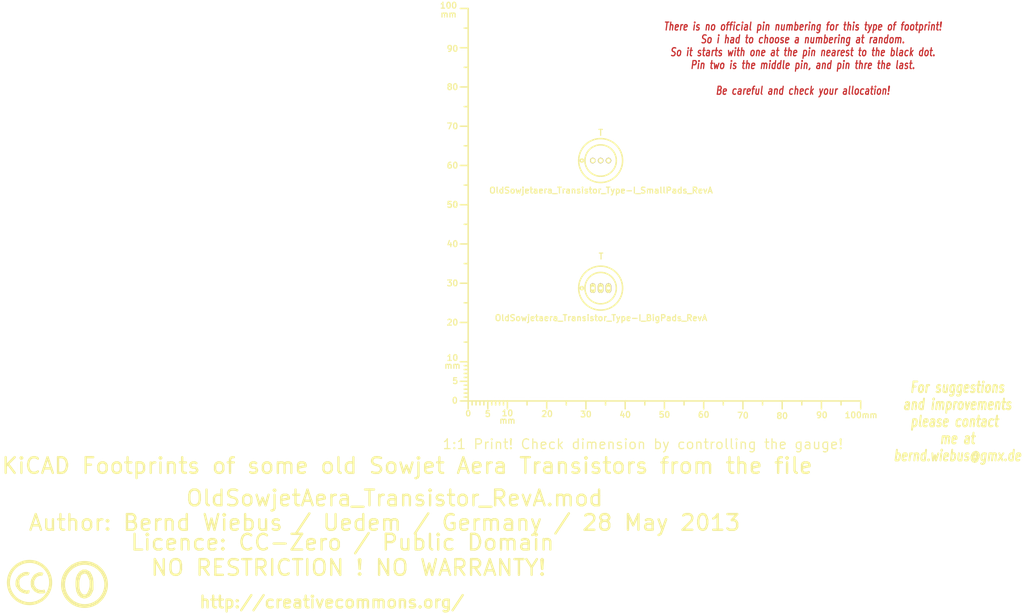
<source format=kicad_pcb>
(kicad_pcb (version 3) (host pcbnew "(2013-03-30 BZR 4007)-stable")

  (general
    (links 0)
    (no_connects 0)
    (area -16.90696 40.805099 274.02378 197.1694)
    (thickness 1.6002)
    (drawings 8)
    (tracks 0)
    (zones 0)
    (modules 5)
    (nets 1)
  )

  (page A4)
  (layers
    (15 Vorderseite signal)
    (0 Rückseite signal)
    (16 B.Adhes user)
    (17 F.Adhes user)
    (18 B.Paste user)
    (19 F.Paste user)
    (20 B.SilkS user)
    (21 F.SilkS user)
    (22 B.Mask user)
    (23 F.Mask user)
    (24 Dwgs.User user)
    (25 Cmts.User user)
    (26 Eco1.User user)
    (27 Eco2.User user)
    (28 Edge.Cuts user)
  )

  (setup
    (last_trace_width 0.2032)
    (trace_clearance 0.254)
    (zone_clearance 0.508)
    (zone_45_only no)
    (trace_min 0.2032)
    (segment_width 0.381)
    (edge_width 0.381)
    (via_size 0.889)
    (via_drill 0.635)
    (via_min_size 0.889)
    (via_min_drill 0.508)
    (uvia_size 0.508)
    (uvia_drill 0.127)
    (uvias_allowed no)
    (uvia_min_size 0.508)
    (uvia_min_drill 0.127)
    (pcb_text_width 0.3048)
    (pcb_text_size 1.524 2.032)
    (mod_edge_width 0.381)
    (mod_text_size 1.524 1.524)
    (mod_text_width 0.3048)
    (pad_size 1.4 2.5)
    (pad_drill 0.8)
    (pad_to_mask_clearance 0.254)
    (aux_axis_origin 0 0)
    (visible_elements 7FFFFFFF)
    (pcbplotparams
      (layerselection 3178497)
      (usegerberextensions true)
      (excludeedgelayer true)
      (linewidth 60)
      (plotframeref false)
      (viasonmask false)
      (mode 1)
      (useauxorigin false)
      (hpglpennumber 1)
      (hpglpenspeed 20)
      (hpglpendiameter 15)
      (hpglpenoverlay 0)
      (psnegative false)
      (psa4output false)
      (plotreference true)
      (plotvalue true)
      (plotothertext true)
      (plotinvisibletext false)
      (padsonsilk false)
      (subtractmaskfromsilk false)
      (outputformat 1)
      (mirror false)
      (drillshape 1)
      (scaleselection 1)
      (outputdirectory ""))
  )

  (net 0 "")

  (net_class Default "Dies ist die voreingestellte Netzklasse."
    (clearance 0.254)
    (trace_width 0.2032)
    (via_dia 0.889)
    (via_drill 0.635)
    (uvia_dia 0.508)
    (uvia_drill 0.127)
    (add_net "")
  )

  (module Gauge_100mm_Type2_SilkScreenTop_RevA_Date22Jun2010 (layer Vorderseite) (tedit 4D963937) (tstamp 4D88F07A)
    (at 132.75056 141.2494)
    (descr "Gauge, Massstab, 100mm, SilkScreenTop, Type 2,")
    (tags "Gauge, Massstab, 100mm, SilkScreenTop, Type 2,")
    (path Gauge_100mm_Type2_SilkScreenTop_RevA_Date22Jun2010)
    (fp_text reference MSC (at 4.0005 8.99922) (layer F.SilkS) hide
      (effects (font (size 1.524 1.524) (thickness 0.3048)))
    )
    (fp_text value Gauge_100mm_Type2_SilkScreenTop_RevA_Date22Jun2010 (at 45.9994 8.99922) (layer F.SilkS) hide
      (effects (font (size 1.524 1.524) (thickness 0.3048)))
    )
    (fp_text user mm (at 9.99998 5.00126) (layer F.SilkS)
      (effects (font (size 1.524 1.524) (thickness 0.3048)))
    )
    (fp_text user mm (at -4.0005 -8.99922) (layer F.SilkS)
      (effects (font (size 1.524 1.524) (thickness 0.3048)))
    )
    (fp_text user mm (at -5.00126 -98.5012) (layer F.SilkS)
      (effects (font (size 1.524 1.524) (thickness 0.3048)))
    )
    (fp_text user 10 (at 10.00506 3.0988) (layer F.SilkS)
      (effects (font (size 1.50114 1.50114) (thickness 0.29972)))
    )
    (fp_text user 0 (at 0.00508 3.19786) (layer F.SilkS)
      (effects (font (size 1.39954 1.50114) (thickness 0.29972)))
    )
    (fp_text user 5 (at 5.0038 3.29946) (layer F.SilkS)
      (effects (font (size 1.50114 1.50114) (thickness 0.29972)))
    )
    (fp_text user 20 (at 20.1041 3.29946) (layer F.SilkS)
      (effects (font (size 1.50114 1.50114) (thickness 0.29972)))
    )
    (fp_text user 30 (at 30.00502 3.39852) (layer F.SilkS)
      (effects (font (size 1.50114 1.50114) (thickness 0.29972)))
    )
    (fp_text user 40 (at 40.005 3.50012) (layer F.SilkS)
      (effects (font (size 1.50114 1.50114) (thickness 0.29972)))
    )
    (fp_text user 50 (at 50.00498 3.50012) (layer F.SilkS)
      (effects (font (size 1.50114 1.50114) (thickness 0.29972)))
    )
    (fp_text user 60 (at 60.00496 3.50012) (layer F.SilkS)
      (effects (font (size 1.50114 1.50114) (thickness 0.29972)))
    )
    (fp_text user 70 (at 70.00494 3.70078) (layer F.SilkS)
      (effects (font (size 1.50114 1.50114) (thickness 0.29972)))
    )
    (fp_text user 80 (at 80.00492 3.79984) (layer F.SilkS)
      (effects (font (size 1.50114 1.50114) (thickness 0.29972)))
    )
    (fp_text user 90 (at 90.1065 3.60172) (layer F.SilkS)
      (effects (font (size 1.50114 1.50114) (thickness 0.29972)))
    )
    (fp_text user 100mm (at 100.10648 3.60172) (layer F.SilkS)
      (effects (font (size 1.50114 1.50114) (thickness 0.29972)))
    )
    (fp_line (start 0 -8.99922) (end -1.00076 -8.99922) (layer F.SilkS) (width 0.381))
    (fp_line (start 0 -8.001) (end -1.00076 -8.001) (layer F.SilkS) (width 0.381))
    (fp_line (start 0 -7.00024) (end -1.00076 -7.00024) (layer F.SilkS) (width 0.381))
    (fp_line (start 0 -5.99948) (end -1.00076 -5.99948) (layer F.SilkS) (width 0.381))
    (fp_line (start 0 -4.0005) (end -1.00076 -4.0005) (layer F.SilkS) (width 0.381))
    (fp_line (start 0 -2.99974) (end -1.00076 -2.99974) (layer F.SilkS) (width 0.381))
    (fp_line (start 0 -1.99898) (end -1.00076 -1.99898) (layer F.SilkS) (width 0.381))
    (fp_line (start 0 -1.00076) (end -1.00076 -1.00076) (layer F.SilkS) (width 0.381))
    (fp_line (start 0 0) (end -1.99898 0) (layer F.SilkS) (width 0.381))
    (fp_line (start 0 -5.00126) (end -1.99898 -5.00126) (layer F.SilkS) (width 0.381))
    (fp_line (start 0 -9.99998) (end -1.99898 -9.99998) (layer F.SilkS) (width 0.381))
    (fp_line (start 0 -15.00124) (end -1.00076 -15.00124) (layer F.SilkS) (width 0.381))
    (fp_line (start 0 -19.99996) (end -1.99898 -19.99996) (layer F.SilkS) (width 0.381))
    (fp_line (start 0 -25.00122) (end -1.00076 -25.00122) (layer F.SilkS) (width 0.381))
    (fp_line (start 0 -29.99994) (end -1.99898 -29.99994) (layer F.SilkS) (width 0.381))
    (fp_line (start 0 -35.0012) (end -1.00076 -35.0012) (layer F.SilkS) (width 0.381))
    (fp_line (start 0 -39.99992) (end -1.99898 -39.99992) (layer F.SilkS) (width 0.381))
    (fp_line (start 0 -45.00118) (end -1.00076 -45.00118) (layer F.SilkS) (width 0.381))
    (fp_line (start 0 -49.9999) (end -1.99898 -49.9999) (layer F.SilkS) (width 0.381))
    (fp_line (start 0 -55.00116) (end -1.00076 -55.00116) (layer F.SilkS) (width 0.381))
    (fp_line (start 0 -59.99988) (end -1.99898 -59.99988) (layer F.SilkS) (width 0.381))
    (fp_line (start 0 -65.00114) (end -1.00076 -65.00114) (layer F.SilkS) (width 0.381))
    (fp_line (start 0 -69.99986) (end -1.99898 -69.99986) (layer F.SilkS) (width 0.381))
    (fp_line (start 0 -75.00112) (end -1.00076 -75.00112) (layer F.SilkS) (width 0.381))
    (fp_line (start 0 -79.99984) (end -1.99898 -79.99984) (layer F.SilkS) (width 0.381))
    (fp_line (start 0 -85.0011) (end -1.00076 -85.0011) (layer F.SilkS) (width 0.381))
    (fp_line (start 0 -89.99982) (end -1.99898 -89.99982) (layer F.SilkS) (width 0.381))
    (fp_line (start 0 -95.00108) (end -1.00076 -95.00108) (layer F.SilkS) (width 0.381))
    (fp_line (start 0 0) (end 0 -99.9998) (layer F.SilkS) (width 0.381))
    (fp_line (start 0 -99.9998) (end -1.99898 -99.9998) (layer F.SilkS) (width 0.381))
    (fp_text user 100 (at -4.99872 -100.7491) (layer F.SilkS)
      (effects (font (size 1.50114 1.50114) (thickness 0.29972)))
    )
    (fp_text user 90 (at -4.0005 -89.7509) (layer F.SilkS)
      (effects (font (size 1.50114 1.50114) (thickness 0.29972)))
    )
    (fp_text user 80 (at -4.0005 -79.99984) (layer F.SilkS)
      (effects (font (size 1.50114 1.50114) (thickness 0.29972)))
    )
    (fp_text user 70 (at -4.0005 -69.99986) (layer F.SilkS)
      (effects (font (size 1.50114 1.50114) (thickness 0.29972)))
    )
    (fp_text user 60 (at -4.0005 -59.99988) (layer F.SilkS)
      (effects (font (size 1.50114 1.50114) (thickness 0.29972)))
    )
    (fp_text user 50 (at -4.0005 -49.9999) (layer F.SilkS)
      (effects (font (size 1.50114 1.50114) (thickness 0.34036)))
    )
    (fp_text user 40 (at -4.0005 -39.99992) (layer F.SilkS)
      (effects (font (size 1.50114 1.50114) (thickness 0.29972)))
    )
    (fp_text user 30 (at -4.0005 -29.99994) (layer F.SilkS)
      (effects (font (size 1.50114 1.50114) (thickness 0.29972)))
    )
    (fp_text user 20 (at -4.0005 -19.99996) (layer F.SilkS)
      (effects (font (size 1.50114 1.50114) (thickness 0.29972)))
    )
    (fp_line (start 95.00108 0) (end 95.00108 1.00076) (layer F.SilkS) (width 0.381))
    (fp_line (start 89.99982 0) (end 89.99982 1.99898) (layer F.SilkS) (width 0.381))
    (fp_line (start 85.0011 0) (end 85.0011 1.00076) (layer F.SilkS) (width 0.381))
    (fp_line (start 79.99984 0) (end 79.99984 1.99898) (layer F.SilkS) (width 0.381))
    (fp_line (start 75.00112 0) (end 75.00112 1.00076) (layer F.SilkS) (width 0.381))
    (fp_line (start 69.99986 0) (end 69.99986 1.99898) (layer F.SilkS) (width 0.381))
    (fp_line (start 65.00114 0) (end 65.00114 1.00076) (layer F.SilkS) (width 0.381))
    (fp_line (start 59.99988 0) (end 59.99988 1.99898) (layer F.SilkS) (width 0.381))
    (fp_line (start 55.00116 0) (end 55.00116 1.00076) (layer F.SilkS) (width 0.381))
    (fp_line (start 49.9999 0) (end 49.9999 1.99898) (layer F.SilkS) (width 0.381))
    (fp_line (start 45.00118 0) (end 45.00118 1.00076) (layer F.SilkS) (width 0.381))
    (fp_line (start 39.99992 0) (end 39.99992 1.99898) (layer F.SilkS) (width 0.381))
    (fp_line (start 35.0012 0) (end 35.0012 1.00076) (layer F.SilkS) (width 0.381))
    (fp_line (start 29.99994 0) (end 29.99994 1.99898) (layer F.SilkS) (width 0.381))
    (fp_line (start 25.00122 0) (end 25.00122 1.00076) (layer F.SilkS) (width 0.381))
    (fp_line (start 19.99996 0) (end 19.99996 1.99898) (layer F.SilkS) (width 0.381))
    (fp_line (start 15.00124 0) (end 15.00124 1.00076) (layer F.SilkS) (width 0.381))
    (fp_line (start 9.99998 0) (end 99.9998 0) (layer F.SilkS) (width 0.381))
    (fp_line (start 99.9998 0) (end 99.9998 1.99898) (layer F.SilkS) (width 0.381))
    (fp_text user 5 (at -3.302 -5.10286) (layer F.SilkS)
      (effects (font (size 1.50114 1.50114) (thickness 0.29972)))
    )
    (fp_text user 0 (at -3.4036 -0.10414) (layer F.SilkS)
      (effects (font (size 1.50114 1.50114) (thickness 0.29972)))
    )
    (fp_text user 10 (at -4.0005 -11.00074) (layer F.SilkS)
      (effects (font (size 1.50114 1.50114) (thickness 0.29972)))
    )
    (fp_line (start 8.99922 0) (end 8.99922 1.00076) (layer F.SilkS) (width 0.381))
    (fp_line (start 8.001 0) (end 8.001 1.00076) (layer F.SilkS) (width 0.381))
    (fp_line (start 7.00024 0) (end 7.00024 1.00076) (layer F.SilkS) (width 0.381))
    (fp_line (start 5.99948 0) (end 5.99948 1.00076) (layer F.SilkS) (width 0.381))
    (fp_line (start 4.0005 0) (end 4.0005 1.00076) (layer F.SilkS) (width 0.381))
    (fp_line (start 2.99974 0) (end 2.99974 1.00076) (layer F.SilkS) (width 0.381))
    (fp_line (start 1.99898 0) (end 1.99898 1.00076) (layer F.SilkS) (width 0.381))
    (fp_line (start 1.00076 0) (end 1.00076 1.00076) (layer F.SilkS) (width 0.381))
    (fp_line (start 5.00126 0) (end 5.00126 1.99898) (layer F.SilkS) (width 0.381))
    (fp_line (start 0 0) (end 0 1.99898) (layer F.SilkS) (width 0.381))
    (fp_line (start 0 0) (end 9.99998 0) (layer F.SilkS) (width 0.381))
    (fp_line (start 9.99998 0) (end 9.99998 1.99898) (layer F.SilkS) (width 0.381))
  )

  (module Symbol_CC-PublicDomain_SilkScreenTop_Big (layer Vorderseite) (tedit 515D641F) (tstamp 515F0B64)
    (at 35 188)
    (descr "Symbol, CC-PublicDomain, SilkScreen Top, Big,")
    (tags "Symbol, CC-PublicDomain, SilkScreen Top, Big,")
    (path Symbol_CC-Noncommercial_CopperTop_Big)
    (fp_text reference Sym (at 0.59944 -7.29996) (layer F.SilkS) hide
      (effects (font (size 1.524 1.524) (thickness 0.3048)))
    )
    (fp_text value Symbol_CC-PublicDomain_SilkScreenTop_Big (at 0.59944 8.001) (layer F.SilkS) hide
      (effects (font (size 1.524 1.524) (thickness 0.3048)))
    )
    (fp_circle (center 0 0) (end 5.8 -0.05) (layer F.SilkS) (width 0.381))
    (fp_circle (center 0 0) (end 5.5 0) (layer F.SilkS) (width 0.381))
    (fp_circle (center 0.05 0) (end 5.25 0) (layer F.SilkS) (width 0.381))
    (fp_line (start 1.1 -2.5) (end 1.4 -1.9) (layer F.SilkS) (width 0.381))
    (fp_line (start -1.8 1.2) (end -1.6 1.9) (layer F.SilkS) (width 0.381))
    (fp_line (start -1.6 1.9) (end -1.2 2.5) (layer F.SilkS) (width 0.381))
    (fp_line (start 0 -3) (end 0.75 -2.75) (layer F.SilkS) (width 0.381))
    (fp_line (start 0.75 -2.75) (end 1 -2.25) (layer F.SilkS) (width 0.381))
    (fp_line (start 1 -2.25) (end 1.5 -1) (layer F.SilkS) (width 0.381))
    (fp_line (start 1.5 -1) (end 1.5 -0.5) (layer F.SilkS) (width 0.381))
    (fp_line (start 1.5 -0.5) (end 1.5 0.5) (layer F.SilkS) (width 0.381))
    (fp_line (start 1.5 0.5) (end 1.25 1.5) (layer F.SilkS) (width 0.381))
    (fp_line (start 1.25 1.5) (end 0.75 2.5) (layer F.SilkS) (width 0.381))
    (fp_line (start 0.75 2.5) (end 0.25 2.75) (layer F.SilkS) (width 0.381))
    (fp_line (start 0.25 2.75) (end -0.25 2.75) (layer F.SilkS) (width 0.381))
    (fp_line (start -0.25 2.75) (end -0.75 2.5) (layer F.SilkS) (width 0.381))
    (fp_line (start -0.75 2.5) (end -1.25 1.75) (layer F.SilkS) (width 0.381))
    (fp_line (start -1.25 1.75) (end -1.5 0.75) (layer F.SilkS) (width 0.381))
    (fp_line (start -1.5 0.75) (end -1.5 -0.75) (layer F.SilkS) (width 0.381))
    (fp_line (start -1.5 -0.75) (end -1.25 -1.75) (layer F.SilkS) (width 0.381))
    (fp_line (start -1.25 -1.75) (end -1 -2.5) (layer F.SilkS) (width 0.381))
    (fp_line (start -1 -2.5) (end -0.3 -2.9) (layer F.SilkS) (width 0.381))
    (fp_line (start -0.3 -2.9) (end 0.2 -3) (layer F.SilkS) (width 0.381))
    (fp_line (start 0.2 -3) (end 0.8 -3) (layer F.SilkS) (width 0.381))
    (fp_line (start 0.8 -3) (end 1.4 -2.3) (layer F.SilkS) (width 0.381))
    (fp_line (start 1.4 -2.3) (end 1.6 -1.4) (layer F.SilkS) (width 0.381))
    (fp_line (start 1.6 -1.4) (end 1.7 -0.3) (layer F.SilkS) (width 0.381))
    (fp_line (start 1.7 -0.3) (end 1.7 0.9) (layer F.SilkS) (width 0.381))
    (fp_line (start 1.7 0.9) (end 1.4 1.8) (layer F.SilkS) (width 0.381))
    (fp_line (start 1.4 1.8) (end 1 2.7) (layer F.SilkS) (width 0.381))
    (fp_line (start 1 2.7) (end 0.5 3) (layer F.SilkS) (width 0.381))
    (fp_line (start 0.5 3) (end -0.4 3) (layer F.SilkS) (width 0.381))
    (fp_line (start -0.4 3) (end -1.3 2.3) (layer F.SilkS) (width 0.381))
    (fp_line (start -1.3 2.3) (end -1.7 1) (layer F.SilkS) (width 0.381))
    (fp_line (start -1.7 1) (end -1.8 -0.7) (layer F.SilkS) (width 0.381))
    (fp_line (start -1.8 -0.7) (end -1.4 -2.2) (layer F.SilkS) (width 0.381))
    (fp_line (start -1.4 -2.2) (end -1 -2.9) (layer F.SilkS) (width 0.381))
    (fp_line (start -1 -2.9) (end -0.2 -3.3) (layer F.SilkS) (width 0.381))
    (fp_line (start -0.2 -3.3) (end 0.7 -3.2) (layer F.SilkS) (width 0.381))
    (fp_line (start 0.7 -3.2) (end 1.3 -3.1) (layer F.SilkS) (width 0.381))
    (fp_line (start 1.3 -3.1) (end 1.7 -2.4) (layer F.SilkS) (width 0.381))
    (fp_line (start 1.7 -2.4) (end 2 -1.6) (layer F.SilkS) (width 0.381))
    (fp_line (start 2 -1.6) (end 2.1 -0.6) (layer F.SilkS) (width 0.381))
    (fp_line (start 2.1 -0.6) (end 2.1 0.3) (layer F.SilkS) (width 0.381))
    (fp_line (start 2.1 0.3) (end 2.1 1.3) (layer F.SilkS) (width 0.381))
    (fp_line (start 2.1 1.3) (end 1.9 1.8) (layer F.SilkS) (width 0.381))
    (fp_line (start 1.9 1.8) (end 1.5 2.6) (layer F.SilkS) (width 0.381))
    (fp_line (start 1.5 2.6) (end 1.1 3) (layer F.SilkS) (width 0.381))
    (fp_line (start 1.1 3) (end 0.4 3.3) (layer F.SilkS) (width 0.381))
    (fp_line (start 0.4 3.3) (end -0.1 3.4) (layer F.SilkS) (width 0.381))
    (fp_line (start -0.1 3.4) (end -0.8 3.2) (layer F.SilkS) (width 0.381))
    (fp_line (start -0.8 3.2) (end -1.5 2.6) (layer F.SilkS) (width 0.381))
    (fp_line (start -1.5 2.6) (end -1.9 1.7) (layer F.SilkS) (width 0.381))
    (fp_line (start -1.9 1.7) (end -2.1 0.4) (layer F.SilkS) (width 0.381))
    (fp_line (start -2.1 0.4) (end -2.1 -0.6) (layer F.SilkS) (width 0.381))
    (fp_line (start -2.1 -0.6) (end -2 -1.6) (layer F.SilkS) (width 0.381))
    (fp_line (start -2 -1.6) (end -1.7 -2.4) (layer F.SilkS) (width 0.381))
    (fp_line (start -1.7 -2.4) (end -1.2 -3.1) (layer F.SilkS) (width 0.381))
    (fp_line (start -1.2 -3.1) (end -0.4 -3.6) (layer F.SilkS) (width 0.381))
    (fp_line (start -0.4 -3.6) (end 0.4 -3.6) (layer F.SilkS) (width 0.381))
    (fp_line (start 0.4 -3.6) (end 1.1 -3.2) (layer F.SilkS) (width 0.381))
    (fp_line (start 1.1 -3.2) (end 1.1 -2.9) (layer F.SilkS) (width 0.381))
    (fp_line (start 1.1 -2.9) (end 1.8 -1.5) (layer F.SilkS) (width 0.381))
    (fp_line (start 1.8 -1.5) (end 1.8 -0.4) (layer F.SilkS) (width 0.381))
    (fp_line (start 1.8 -0.4) (end 1.8 1.1) (layer F.SilkS) (width 0.381))
    (fp_line (start 1.8 1.1) (end 1.2 2.6) (layer F.SilkS) (width 0.381))
    (fp_line (start 1.2 2.6) (end 0.2 3.2) (layer F.SilkS) (width 0.381))
    (fp_line (start 0.2 3.2) (end -0.5 3.2) (layer F.SilkS) (width 0.381))
    (fp_line (start -0.5 3.2) (end -1.1 2.7) (layer F.SilkS) (width 0.381))
    (fp_line (start -1.1 2.7) (end -1.9 0.6) (layer F.SilkS) (width 0.381))
    (fp_line (start -1.9 0.6) (end -1.7 -1.9) (layer F.SilkS) (width 0.381))
  )

  (module Symbol_CreativeCommons_SilkScreenTop_Type2_Big (layer Vorderseite) (tedit 515D640C) (tstamp 515F46B2)
    (at 21 187.5)
    (descr "Symbol, Creative Commons, SilkScreen Top, Type 2, Big,")
    (tags "Symbol, Creative Commons, SilkScreen Top, Type 2, Big,")
    (path Symbol_CreativeCommons_CopperTop_Type2_Big)
    (fp_text reference Sym (at 0.59944 -7.29996) (layer F.SilkS) hide
      (effects (font (size 1.524 1.524) (thickness 0.3048)))
    )
    (fp_text value Symbol_CreativeCommons_Typ2_SilkScreenTop_Big (at 0.59944 8.001) (layer F.SilkS) hide
      (effects (font (size 1.524 1.524) (thickness 0.3048)))
    )
    (fp_line (start -0.70104 2.70002) (end -0.29972 2.60096) (layer F.SilkS) (width 0.381))
    (fp_line (start -0.29972 2.60096) (end -0.20066 2.10058) (layer F.SilkS) (width 0.381))
    (fp_line (start -2.49936 -1.69926) (end -2.70002 -1.6002) (layer F.SilkS) (width 0.381))
    (fp_line (start -2.70002 -1.6002) (end -3.0988 -1.00076) (layer F.SilkS) (width 0.381))
    (fp_line (start -3.0988 -1.00076) (end -3.29946 -0.50038) (layer F.SilkS) (width 0.381))
    (fp_line (start -3.29946 -0.50038) (end -3.40106 0.39878) (layer F.SilkS) (width 0.381))
    (fp_line (start -3.40106 0.39878) (end -3.29946 0.89916) (layer F.SilkS) (width 0.381))
    (fp_line (start -0.19812 2.4003) (end -0.29718 2.59842) (layer F.SilkS) (width 0.381))
    (fp_line (start 3.70078 2.10058) (end 3.79984 2.4003) (layer F.SilkS) (width 0.381))
    (fp_line (start 2.99974 -2.4003) (end 3.29946 -2.30124) (layer F.SilkS) (width 0.381))
    (fp_line (start 3.29946 -2.30124) (end 3.0988 -1.99898) (layer F.SilkS) (width 0.381))
    (fp_line (start 0 -5.40004) (end -0.50038 -5.40004) (layer F.SilkS) (width 0.381))
    (fp_line (start -0.50038 -5.40004) (end -1.30048 -5.10032) (layer F.SilkS) (width 0.381))
    (fp_line (start -1.30048 -5.10032) (end -1.99898 -4.89966) (layer F.SilkS) (width 0.381))
    (fp_line (start -1.99898 -4.89966) (end -2.70002 -4.699) (layer F.SilkS) (width 0.381))
    (fp_line (start -2.70002 -4.699) (end -3.29946 -4.20116) (layer F.SilkS) (width 0.381))
    (fp_line (start -3.29946 -4.20116) (end -4.0005 -3.59918) (layer F.SilkS) (width 0.381))
    (fp_line (start -4.0005 -3.59918) (end -4.50088 -2.99974) (layer F.SilkS) (width 0.381))
    (fp_line (start -4.50088 -2.99974) (end -5.00126 -2.10058) (layer F.SilkS) (width 0.381))
    (fp_line (start -5.00126 -2.10058) (end -5.30098 -1.09982) (layer F.SilkS) (width 0.381))
    (fp_line (start -5.30098 -1.09982) (end -5.40004 0.09906) (layer F.SilkS) (width 0.381))
    (fp_line (start -5.40004 0.09906) (end -5.19938 1.30048) (layer F.SilkS) (width 0.381))
    (fp_line (start -5.19938 1.30048) (end -4.8006 2.4003) (layer F.SilkS) (width 0.381))
    (fp_line (start -4.8006 2.4003) (end -3.79984 3.8989) (layer F.SilkS) (width 0.381))
    (fp_line (start -3.79984 3.8989) (end -2.60096 4.8006) (layer F.SilkS) (width 0.381))
    (fp_line (start -2.60096 4.8006) (end -1.30048 5.30098) (layer F.SilkS) (width 0.381))
    (fp_line (start -1.30048 5.30098) (end 0.09906 5.30098) (layer F.SilkS) (width 0.381))
    (fp_line (start 0.09906 5.30098) (end 1.6002 5.19938) (layer F.SilkS) (width 0.381))
    (fp_line (start 1.6002 5.19938) (end 2.60096 4.699) (layer F.SilkS) (width 0.381))
    (fp_line (start 2.60096 4.699) (end 4.20116 3.40106) (layer F.SilkS) (width 0.381))
    (fp_line (start 4.20116 3.40106) (end 5.00126 1.80086) (layer F.SilkS) (width 0.381))
    (fp_line (start 5.00126 1.80086) (end 5.40004 0.29972) (layer F.SilkS) (width 0.381))
    (fp_line (start 5.40004 0.29972) (end 5.19938 -1.39954) (layer F.SilkS) (width 0.381))
    (fp_line (start 5.19938 -1.39954) (end 4.699 -2.49936) (layer F.SilkS) (width 0.381))
    (fp_line (start 4.699 -2.49936) (end 3.40106 -4.09956) (layer F.SilkS) (width 0.381))
    (fp_line (start 3.40106 -4.09956) (end 2.4003 -4.8006) (layer F.SilkS) (width 0.381))
    (fp_line (start 2.4003 -4.8006) (end 1.39954 -5.19938) (layer F.SilkS) (width 0.381))
    (fp_line (start 1.39954 -5.19938) (end 0 -5.30098) (layer F.SilkS) (width 0.381))
    (fp_line (start 0.60198 -0.70104) (end 0.50292 -0.20066) (layer F.SilkS) (width 0.381))
    (fp_line (start 0.50292 -0.20066) (end 0.50292 0.49784) (layer F.SilkS) (width 0.381))
    (fp_line (start 0.50292 0.49784) (end 0.60198 1.09982) (layer F.SilkS) (width 0.381))
    (fp_line (start 0.60198 1.09982) (end 1.00076 1.69926) (layer F.SilkS) (width 0.381))
    (fp_line (start 1.00076 1.69926) (end 1.50114 2.19964) (layer F.SilkS) (width 0.381))
    (fp_line (start 1.50114 2.19964) (end 2.10058 2.49936) (layer F.SilkS) (width 0.381))
    (fp_line (start 2.10058 2.49936) (end 2.60096 2.59842) (layer F.SilkS) (width 0.381))
    (fp_line (start 2.60096 2.59842) (end 3.00228 2.59842) (layer F.SilkS) (width 0.381))
    (fp_line (start 3.00228 2.59842) (end 3.40106 2.59842) (layer F.SilkS) (width 0.381))
    (fp_line (start 3.40106 2.59842) (end 3.80238 2.49936) (layer F.SilkS) (width 0.381))
    (fp_line (start 3.80238 2.49936) (end 3.70078 2.2987) (layer F.SilkS) (width 0.381))
    (fp_line (start 3.70078 2.2987) (end 2.80162 2.4003) (layer F.SilkS) (width 0.381))
    (fp_line (start 2.80162 2.4003) (end 1.80086 2.09804) (layer F.SilkS) (width 0.381))
    (fp_line (start 1.80086 2.09804) (end 1.20142 1.6002) (layer F.SilkS) (width 0.381))
    (fp_line (start 1.20142 1.6002) (end 0.80264 0.6985) (layer F.SilkS) (width 0.381))
    (fp_line (start 0.80264 0.6985) (end 0.70104 -0.29972) (layer F.SilkS) (width 0.381))
    (fp_line (start 0.70104 -0.29972) (end 1.00076 -1.00076) (layer F.SilkS) (width 0.381))
    (fp_line (start 1.00076 -1.00076) (end 1.60274 -1.7018) (layer F.SilkS) (width 0.381))
    (fp_line (start 1.60274 -1.7018) (end 2.30124 -2.10058) (layer F.SilkS) (width 0.381))
    (fp_line (start 2.30124 -2.10058) (end 3.00228 -2.10058) (layer F.SilkS) (width 0.381))
    (fp_line (start 3.00228 -2.10058) (end 3.10134 -1.89992) (layer F.SilkS) (width 0.381))
    (fp_line (start 3.10134 -1.89992) (end 2.5019 -1.89992) (layer F.SilkS) (width 0.381))
    (fp_line (start 2.5019 -1.89992) (end 1.80086 -1.6002) (layer F.SilkS) (width 0.381))
    (fp_line (start 1.80086 -1.6002) (end 1.30048 -1.00076) (layer F.SilkS) (width 0.381))
    (fp_line (start 1.30048 -1.00076) (end 1.00076 -0.40132) (layer F.SilkS) (width 0.381))
    (fp_line (start 1.00076 -0.40132) (end 1.00076 0.09906) (layer F.SilkS) (width 0.381))
    (fp_line (start 1.00076 0.09906) (end 1.00076 0.6985) (layer F.SilkS) (width 0.381))
    (fp_line (start 1.00076 0.6985) (end 1.30048 1.19888) (layer F.SilkS) (width 0.381))
    (fp_line (start 1.30048 1.19888) (end 1.7018 1.69926) (layer F.SilkS) (width 0.381))
    (fp_line (start 1.7018 1.69926) (end 2.30124 1.99898) (layer F.SilkS) (width 0.381))
    (fp_line (start 2.30124 1.99898) (end 2.90068 2.09804) (layer F.SilkS) (width 0.381))
    (fp_line (start 2.90068 2.09804) (end 3.40106 2.09804) (layer F.SilkS) (width 0.381))
    (fp_line (start 3.40106 2.09804) (end 3.70078 1.99898) (layer F.SilkS) (width 0.381))
    (fp_line (start 3.00228 -2.4003) (end 2.40284 -2.4003) (layer F.SilkS) (width 0.381))
    (fp_line (start 2.40284 -2.4003) (end 2.00152 -2.20218) (layer F.SilkS) (width 0.381))
    (fp_line (start 2.00152 -2.20218) (end 1.50114 -2.00152) (layer F.SilkS) (width 0.381))
    (fp_line (start 1.50114 -2.00152) (end 1.10236 -1.6002) (layer F.SilkS) (width 0.381))
    (fp_line (start 1.10236 -1.6002) (end 0.80264 -1.09982) (layer F.SilkS) (width 0.381))
    (fp_line (start 0.80264 -1.09982) (end 0.60198 -0.70104) (layer F.SilkS) (width 0.381))
    (fp_line (start -0.39878 -1.99898) (end -0.89916 -1.99898) (layer F.SilkS) (width 0.381))
    (fp_line (start -0.89916 -1.99898) (end -1.39954 -1.89738) (layer F.SilkS) (width 0.381))
    (fp_line (start -1.39954 -1.89738) (end -1.89992 -1.59766) (layer F.SilkS) (width 0.381))
    (fp_line (start -1.89992 -1.59766) (end -2.4003 -1.19888) (layer F.SilkS) (width 0.381))
    (fp_line (start -2.4003 -1.30048) (end -2.70002 -0.8001) (layer F.SilkS) (width 0.381))
    (fp_line (start -2.70002 -0.8001) (end -2.79908 -0.29972) (layer F.SilkS) (width 0.381))
    (fp_line (start -2.79908 -0.29972) (end -2.79908 0.20066) (layer F.SilkS) (width 0.381))
    (fp_line (start -2.79908 0.20066) (end -2.59842 1.00076) (layer F.SilkS) (width 0.381))
    (fp_line (start -2.69748 1.00076) (end -2.39776 1.39954) (layer F.SilkS) (width 0.381))
    (fp_line (start -2.29616 1.4986) (end -1.79578 1.89992) (layer F.SilkS) (width 0.381))
    (fp_line (start -1.79578 1.89992) (end -1.29794 2.09804) (layer F.SilkS) (width 0.381))
    (fp_line (start -1.29794 2.09804) (end -0.89662 2.19964) (layer F.SilkS) (width 0.381))
    (fp_line (start -0.89662 2.19964) (end -0.49784 2.19964) (layer F.SilkS) (width 0.381))
    (fp_line (start -0.49784 2.19964) (end -0.19812 2.09804) (layer F.SilkS) (width 0.381))
    (fp_line (start -0.19812 2.09804) (end -0.29718 2.4003) (layer F.SilkS) (width 0.381))
    (fp_line (start -0.29718 2.4003) (end -0.89662 2.49936) (layer F.SilkS) (width 0.381))
    (fp_line (start -0.89662 2.49936) (end -1.59766 2.2987) (layer F.SilkS) (width 0.381))
    (fp_line (start -1.59766 2.2987) (end -2.29616 1.79832) (layer F.SilkS) (width 0.381))
    (fp_line (start -2.29616 1.79832) (end -2.79654 1.29794) (layer F.SilkS) (width 0.381))
    (fp_line (start -2.79908 1.39954) (end -2.99974 0.70104) (layer F.SilkS) (width 0.381))
    (fp_line (start -2.99974 0.70104) (end -3.0988 0) (layer F.SilkS) (width 0.381))
    (fp_line (start -3.0988 0) (end -2.99974 -0.59944) (layer F.SilkS) (width 0.381))
    (fp_line (start -2.99974 -0.8001) (end -2.70002 -1.30048) (layer F.SilkS) (width 0.381))
    (fp_line (start -2.70002 -1.09982) (end -2.19964 -1.6002) (layer F.SilkS) (width 0.381))
    (fp_line (start -2.19964 -1.69926) (end -1.69926 -1.99898) (layer F.SilkS) (width 0.381))
    (fp_line (start -1.69926 -1.99898) (end -1.19888 -2.19964) (layer F.SilkS) (width 0.381))
    (fp_line (start -1.19888 -2.19964) (end -0.6985 -2.19964) (layer F.SilkS) (width 0.381))
    (fp_line (start -0.6985 -2.19964) (end -0.29972 -2.19964) (layer F.SilkS) (width 0.381))
    (fp_line (start -0.29972 -2.19964) (end -0.20066 -2.39776) (layer F.SilkS) (width 0.381))
    (fp_line (start -0.20066 -2.39776) (end -0.59944 -2.49936) (layer F.SilkS) (width 0.381))
    (fp_line (start -0.59944 -2.49936) (end -1.00076 -2.49936) (layer F.SilkS) (width 0.381))
    (fp_line (start -1.00076 -2.49936) (end -1.4986 -2.39776) (layer F.SilkS) (width 0.381))
    (fp_line (start -1.4986 -2.39776) (end -2.10058 -2.09804) (layer F.SilkS) (width 0.381))
    (fp_line (start -2.10058 -2.09804) (end -2.59842 -1.69926) (layer F.SilkS) (width 0.381))
    (fp_line (start -2.59842 -1.6002) (end -3.0988 -0.89916) (layer F.SilkS) (width 0.381))
    (fp_line (start -3.0988 -0.89916) (end -3.29946 -0.29972) (layer F.SilkS) (width 0.381))
    (fp_line (start -3.29946 -0.29972) (end -3.29946 0.40132) (layer F.SilkS) (width 0.381))
    (fp_line (start -3.29946 0.40132) (end -3.2004 1.00076) (layer F.SilkS) (width 0.381))
    (fp_line (start -3.29946 0.8001) (end -2.99974 1.39954) (layer F.SilkS) (width 0.381))
    (fp_line (start -2.89814 1.4986) (end -2.49682 1.99898) (layer F.SilkS) (width 0.381))
    (fp_line (start -2.49682 1.99898) (end -1.89738 2.4003) (layer F.SilkS) (width 0.381))
    (fp_line (start -1.89738 2.4003) (end -1.19634 2.59842) (layer F.SilkS) (width 0.381))
    (fp_line (start -1.19634 2.59842) (end -0.69596 2.70002) (layer F.SilkS) (width 0.381))
    (fp_line (start -2.9972 1.19888) (end -2.59842 1.19888) (layer F.SilkS) (width 0.381))
    (fp_circle (center 0 0) (end 5.08 1.016) (layer F.SilkS) (width 0.381))
    (fp_circle (center 0 0) (end 5.588 0) (layer F.SilkS) (width 0.381))
  )

  (module OldSowjetaera_Transistor_Type-I_SmallPads_RevA (layer Vorderseite) (tedit 51A490C7) (tstamp 51A490D1)
    (at 166.5 80)
    (fp_text reference T (at 0 -7.1) (layer F.SilkS)
      (effects (font (size 1.524 1.524) (thickness 0.3048)))
    )
    (fp_text value OldSowjetaera_Transistor_Type-I_SmallPads_RevA (at 0.1 7.6) (layer F.SilkS)
      (effects (font (size 1.524 1.524) (thickness 0.3048)))
    )
    (fp_circle (center -4.8 0) (end -4.8 0.4) (layer F.SilkS) (width 0.381))
    (fp_circle (center 0 0) (end 4 0) (layer F.SilkS) (width 0.381))
    (fp_circle (center 0 0) (end 5.6 0) (layer F.SilkS) (width 0.381))
    (pad 2 thru_hole circle (at 0 0) (size 1.4 1.4) (drill 0.8)
      (layers *.Cu *.Mask F.SilkS)
    )
    (pad 1 thru_hole circle (at -2 0) (size 1.4 1.4) (drill 0.8)
      (layers *.Cu *.Mask F.SilkS)
    )
    (pad 3 thru_hole circle (at 2 0) (size 1.4 1.4) (drill 0.8)
      (layers *.Cu *.Mask F.SilkS)
    )
    (model OldSowjetAera_Transistor_Type-I_Faktor03937_RevA.wrl
      (at (xyz 0 0 0))
      (scale (xyz 0.3937 0.3937 0.3937))
      (rotate (xyz 0 0 0))
    )
  )

  (module OldSowjetaera_Transistor_Type-I_BigPads_RevA (layer Vorderseite) (tedit 51A490D4) (tstamp 51A49108)
    (at 166.5 112.5)
    (fp_text reference T (at 0.1 -8.1) (layer F.SilkS)
      (effects (font (size 1.524 1.524) (thickness 0.3048)))
    )
    (fp_text value OldSowjetaera_Transistor_Type-I_BigPads_RevA (at 0.1 7.6) (layer F.SilkS)
      (effects (font (size 1.524 1.524) (thickness 0.3048)))
    )
    (fp_circle (center -4.8 0) (end -4.8 0.4) (layer F.SilkS) (width 0.381))
    (fp_circle (center 0 0) (end 4 0) (layer F.SilkS) (width 0.381))
    (fp_circle (center 0 0) (end 5.6 0) (layer F.SilkS) (width 0.381))
    (pad 2 thru_hole oval (at 0 0) (size 1.4 2.5) (drill 0.8)
      (layers *.Cu *.Mask F.SilkS)
    )
    (pad 1 thru_hole oval (at -2 0) (size 1.4 2.5) (drill 0.8)
      (layers *.Cu *.Mask F.SilkS)
    )
    (pad 3 thru_hole oval (at 2 0) (size 1.4 2.5) (drill 0.8)
      (layers *.Cu *.Mask F.SilkS)
    )
    (model OldSowjetAera_Transistor_Type-I_Faktor03937_RevA.wrl
      (at (xyz 0 0 0))
      (scale (xyz 0.3937 0.3937 0.3937))
      (rotate (xyz 0 0 0))
    )
  )

  (gr_text "There is no official pin numbering for this type of footprint!\nSo i had to choose a numbering at random.\nSo it starts with one at the pin nearest to the black dot.\nPin two is the middle pin, and pin thre the last.\n\nBe careful and check your allocation!" (at 218 54) (layer Vorderseite)
    (effects (font (size 2.032 1.524) (thickness 0.3048) italic))
  )
  (gr_text http://creativecommons.org/ (at 98 192.5) (layer F.SilkS)
    (effects (font (size 3 3) (thickness 0.6)))
  )
  (gr_text "For suggestions\nand improvements\nplease contact \nme at\nbernd.wiebus@gmx.de" (at 257.41884 146.4691) (layer F.SilkS)
    (effects (font (size 2.70002 1.99898) (thickness 0.50038) italic))
  )
  (gr_text "1:1 Print! Check dimension by controlling the gauge!" (at 177.24882 152.25014) (layer F.SilkS)
    (effects (font (size 2.49936 2.49936) (thickness 0.29972)))
  )
  (gr_text "Licence: CC-Zero / Public Domain \nNO RESTRICTION ! NO WARRANTY!" (at 102.2501 180.50064) (layer F.SilkS)
    (effects (font (size 4.0005 4.0005) (thickness 0.59944)))
  )
  (gr_text "Author: Bernd Wiebus / Uedem / Germany / 28 May 2013  " (at 114.50012 172.24958) (layer F.SilkS)
    (effects (font (size 4.0005 4.0005) (thickness 0.59944)))
  )
  (gr_text OldSowjetAera_Transistor_RevA.mod (at 114.00028 165.9989) (layer F.SilkS)
    (effects (font (size 4.0005 4.0005) (thickness 0.59944)))
  )
  (gr_text "KiCAD Footprints of some old Sowjet Aera Transistors from the file " (at 118.75008 157.74898) (layer F.SilkS)
    (effects (font (size 4.0005 4.0005) (thickness 0.59944)))
  )

)

</source>
